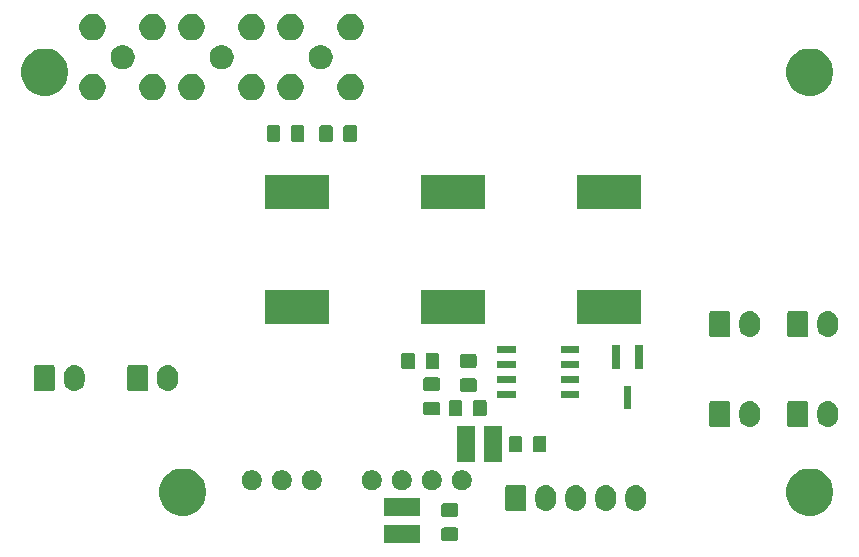
<source format=gbr>
G04 #@! TF.GenerationSoftware,KiCad,Pcbnew,5.1.4*
G04 #@! TF.CreationDate,2019-08-14T00:52:14-04:00*
G04 #@! TF.ProjectId,PowerRDP,506f7765-7252-4445-902e-6b696361645f,3*
G04 #@! TF.SameCoordinates,Original*
G04 #@! TF.FileFunction,Soldermask,Bot*
G04 #@! TF.FilePolarity,Negative*
%FSLAX46Y46*%
G04 Gerber Fmt 4.6, Leading zero omitted, Abs format (unit mm)*
G04 Created by KiCad (PCBNEW 5.1.4) date 2019-08-14 00:52:14*
%MOMM*%
%LPD*%
G04 APERTURE LIST*
%ADD10C,0.100000*%
G04 APERTURE END LIST*
D10*
G36*
X119381000Y-90676000D02*
G01*
X116331000Y-90676000D01*
X116331000Y-89156000D01*
X119381000Y-89156000D01*
X119381000Y-90676000D01*
X119381000Y-90676000D01*
G37*
G36*
X122475522Y-89354039D02*
G01*
X122509057Y-89364212D01*
X122539956Y-89380728D01*
X122567043Y-89402957D01*
X122589272Y-89430044D01*
X122605788Y-89460943D01*
X122615961Y-89494478D01*
X122620000Y-89535487D01*
X122620000Y-90314513D01*
X122615961Y-90355522D01*
X122605788Y-90389057D01*
X122589272Y-90419956D01*
X122567043Y-90447043D01*
X122539956Y-90469272D01*
X122509057Y-90485788D01*
X122475522Y-90495961D01*
X122434513Y-90500000D01*
X121405487Y-90500000D01*
X121364478Y-90495961D01*
X121330943Y-90485788D01*
X121300044Y-90469272D01*
X121272957Y-90447043D01*
X121250728Y-90419956D01*
X121234212Y-90389057D01*
X121224039Y-90355522D01*
X121220000Y-90314513D01*
X121220000Y-89535487D01*
X121224039Y-89494478D01*
X121234212Y-89460943D01*
X121250728Y-89430044D01*
X121272957Y-89402957D01*
X121300044Y-89380728D01*
X121330943Y-89364212D01*
X121364478Y-89354039D01*
X121405487Y-89350000D01*
X122434513Y-89350000D01*
X122475522Y-89354039D01*
X122475522Y-89354039D01*
G37*
G36*
X122475522Y-87304039D02*
G01*
X122509057Y-87314212D01*
X122539956Y-87330728D01*
X122567043Y-87352957D01*
X122589272Y-87380044D01*
X122605788Y-87410943D01*
X122615961Y-87444478D01*
X122620000Y-87485487D01*
X122620000Y-88264513D01*
X122615961Y-88305522D01*
X122605788Y-88339057D01*
X122589272Y-88369956D01*
X122567043Y-88397043D01*
X122539956Y-88419272D01*
X122509057Y-88435788D01*
X122475522Y-88445961D01*
X122434513Y-88450000D01*
X121405487Y-88450000D01*
X121364478Y-88445961D01*
X121330943Y-88435788D01*
X121300044Y-88419272D01*
X121272957Y-88397043D01*
X121250728Y-88369956D01*
X121234212Y-88339057D01*
X121224039Y-88305522D01*
X121220000Y-88264513D01*
X121220000Y-87485487D01*
X121224039Y-87444478D01*
X121234212Y-87410943D01*
X121250728Y-87380044D01*
X121272957Y-87352957D01*
X121300044Y-87330728D01*
X121330943Y-87314212D01*
X121364478Y-87304039D01*
X121405487Y-87300000D01*
X122434513Y-87300000D01*
X122475522Y-87304039D01*
X122475522Y-87304039D01*
G37*
G36*
X119381000Y-88386000D02*
G01*
X116331000Y-88386000D01*
X116331000Y-86866000D01*
X119381000Y-86866000D01*
X119381000Y-88386000D01*
X119381000Y-88386000D01*
G37*
G36*
X152983377Y-84436858D02*
G01*
X153347353Y-84587622D01*
X153347355Y-84587623D01*
X153491237Y-84683762D01*
X153674925Y-84806498D01*
X153953502Y-85085075D01*
X154172378Y-85412647D01*
X154323142Y-85776623D01*
X154400000Y-86163016D01*
X154400000Y-86556984D01*
X154323142Y-86943377D01*
X154188451Y-87268550D01*
X154172377Y-87307355D01*
X154128365Y-87373223D01*
X153953502Y-87634925D01*
X153674925Y-87913502D01*
X153512251Y-88022197D01*
X153347355Y-88132377D01*
X153347354Y-88132378D01*
X153347353Y-88132378D01*
X152983377Y-88283142D01*
X152596984Y-88360000D01*
X152203016Y-88360000D01*
X151816623Y-88283142D01*
X151452647Y-88132378D01*
X151452646Y-88132378D01*
X151452645Y-88132377D01*
X151287749Y-88022197D01*
X151125075Y-87913502D01*
X150846498Y-87634925D01*
X150671635Y-87373223D01*
X150627623Y-87307355D01*
X150611549Y-87268550D01*
X150476858Y-86943377D01*
X150400000Y-86556984D01*
X150400000Y-86163016D01*
X150476858Y-85776623D01*
X150627622Y-85412647D01*
X150846498Y-85085075D01*
X151125075Y-84806498D01*
X151308763Y-84683762D01*
X151452645Y-84587623D01*
X151452647Y-84587622D01*
X151816623Y-84436858D01*
X152203016Y-84360000D01*
X152596984Y-84360000D01*
X152983377Y-84436858D01*
X152983377Y-84436858D01*
G37*
G36*
X99897377Y-84436858D02*
G01*
X100261353Y-84587622D01*
X100261355Y-84587623D01*
X100405237Y-84683762D01*
X100588925Y-84806498D01*
X100867502Y-85085075D01*
X101086378Y-85412647D01*
X101237142Y-85776623D01*
X101314000Y-86163016D01*
X101314000Y-86556984D01*
X101237142Y-86943377D01*
X101102451Y-87268550D01*
X101086377Y-87307355D01*
X101042365Y-87373223D01*
X100867502Y-87634925D01*
X100588925Y-87913502D01*
X100426251Y-88022197D01*
X100261355Y-88132377D01*
X100261354Y-88132378D01*
X100261353Y-88132378D01*
X99897377Y-88283142D01*
X99510984Y-88360000D01*
X99117016Y-88360000D01*
X98730623Y-88283142D01*
X98366647Y-88132378D01*
X98366646Y-88132378D01*
X98366645Y-88132377D01*
X98201749Y-88022197D01*
X98039075Y-87913502D01*
X97760498Y-87634925D01*
X97585635Y-87373223D01*
X97541623Y-87307355D01*
X97525549Y-87268550D01*
X97390858Y-86943377D01*
X97314000Y-86556984D01*
X97314000Y-86163016D01*
X97390858Y-85776623D01*
X97541622Y-85412647D01*
X97760498Y-85085075D01*
X98039075Y-84806498D01*
X98222763Y-84683762D01*
X98366645Y-84587623D01*
X98366647Y-84587622D01*
X98730623Y-84436858D01*
X99117016Y-84360000D01*
X99510984Y-84360000D01*
X99897377Y-84436858D01*
X99897377Y-84436858D01*
G37*
G36*
X132758547Y-85780588D02*
G01*
X132922547Y-85830337D01*
X133073683Y-85911121D01*
X133206160Y-86019840D01*
X133314879Y-86152317D01*
X133395663Y-86303452D01*
X133445412Y-86467452D01*
X133458000Y-86595262D01*
X133458000Y-87140737D01*
X133445412Y-87268547D01*
X133395663Y-87432548D01*
X133314879Y-87583683D01*
X133206160Y-87716160D01*
X133073683Y-87824879D01*
X132922548Y-87905663D01*
X132758548Y-87955412D01*
X132588000Y-87972209D01*
X132417453Y-87955412D01*
X132253453Y-87905663D01*
X132102318Y-87824879D01*
X131969841Y-87716160D01*
X131861123Y-87583685D01*
X131861122Y-87583683D01*
X131823518Y-87513332D01*
X131780336Y-87432546D01*
X131730588Y-87268548D01*
X131718000Y-87140738D01*
X131718000Y-86595263D01*
X131730588Y-86467453D01*
X131780337Y-86303453D01*
X131861121Y-86152317D01*
X131969840Y-86019840D01*
X132102317Y-85911121D01*
X132253452Y-85830337D01*
X132417452Y-85780588D01*
X132588000Y-85763791D01*
X132758547Y-85780588D01*
X132758547Y-85780588D01*
G37*
G36*
X137838547Y-85780588D02*
G01*
X138002547Y-85830337D01*
X138153683Y-85911121D01*
X138286160Y-86019840D01*
X138394879Y-86152317D01*
X138475663Y-86303452D01*
X138525412Y-86467452D01*
X138538000Y-86595262D01*
X138538000Y-87140737D01*
X138525412Y-87268547D01*
X138475663Y-87432548D01*
X138394879Y-87583683D01*
X138286160Y-87716160D01*
X138153683Y-87824879D01*
X138002548Y-87905663D01*
X137838548Y-87955412D01*
X137668000Y-87972209D01*
X137497453Y-87955412D01*
X137333453Y-87905663D01*
X137182318Y-87824879D01*
X137049841Y-87716160D01*
X136941123Y-87583685D01*
X136941122Y-87583683D01*
X136903518Y-87513332D01*
X136860336Y-87432546D01*
X136810588Y-87268548D01*
X136798000Y-87140738D01*
X136798000Y-86595263D01*
X136810588Y-86467453D01*
X136860337Y-86303453D01*
X136941121Y-86152317D01*
X137049840Y-86019840D01*
X137182317Y-85911121D01*
X137333452Y-85830337D01*
X137497452Y-85780588D01*
X137668000Y-85763791D01*
X137838547Y-85780588D01*
X137838547Y-85780588D01*
G37*
G36*
X135298547Y-85780588D02*
G01*
X135462547Y-85830337D01*
X135613683Y-85911121D01*
X135746160Y-86019840D01*
X135854879Y-86152317D01*
X135935663Y-86303452D01*
X135985412Y-86467452D01*
X135998000Y-86595262D01*
X135998000Y-87140737D01*
X135985412Y-87268547D01*
X135935663Y-87432548D01*
X135854879Y-87583683D01*
X135746160Y-87716160D01*
X135613683Y-87824879D01*
X135462548Y-87905663D01*
X135298548Y-87955412D01*
X135128000Y-87972209D01*
X134957453Y-87955412D01*
X134793453Y-87905663D01*
X134642318Y-87824879D01*
X134509841Y-87716160D01*
X134401123Y-87583685D01*
X134401122Y-87583683D01*
X134363518Y-87513332D01*
X134320336Y-87432546D01*
X134270588Y-87268548D01*
X134258000Y-87140738D01*
X134258000Y-86595263D01*
X134270588Y-86467453D01*
X134320337Y-86303453D01*
X134401121Y-86152317D01*
X134509840Y-86019840D01*
X134642317Y-85911121D01*
X134793452Y-85830337D01*
X134957452Y-85780588D01*
X135128000Y-85763791D01*
X135298547Y-85780588D01*
X135298547Y-85780588D01*
G37*
G36*
X130218547Y-85780588D02*
G01*
X130382547Y-85830337D01*
X130533683Y-85911121D01*
X130666160Y-86019840D01*
X130774879Y-86152317D01*
X130855663Y-86303452D01*
X130905412Y-86467452D01*
X130918000Y-86595262D01*
X130918000Y-87140737D01*
X130905412Y-87268547D01*
X130855663Y-87432548D01*
X130774879Y-87583683D01*
X130666160Y-87716160D01*
X130533683Y-87824879D01*
X130382548Y-87905663D01*
X130218548Y-87955412D01*
X130048000Y-87972209D01*
X129877453Y-87955412D01*
X129713453Y-87905663D01*
X129562318Y-87824879D01*
X129429841Y-87716160D01*
X129321123Y-87583685D01*
X129321122Y-87583683D01*
X129283518Y-87513332D01*
X129240336Y-87432546D01*
X129190588Y-87268548D01*
X129178000Y-87140738D01*
X129178000Y-86595263D01*
X129190588Y-86467453D01*
X129240337Y-86303453D01*
X129321121Y-86152317D01*
X129429840Y-86019840D01*
X129562317Y-85911121D01*
X129713452Y-85830337D01*
X129877452Y-85780588D01*
X130048000Y-85763791D01*
X130218547Y-85780588D01*
X130218547Y-85780588D01*
G37*
G36*
X128248355Y-85771685D02*
G01*
X128278434Y-85780809D01*
X128306146Y-85795622D01*
X128330441Y-85815559D01*
X128350378Y-85839854D01*
X128365191Y-85867566D01*
X128374315Y-85897645D01*
X128378000Y-85935059D01*
X128378000Y-87800941D01*
X128374315Y-87838355D01*
X128365191Y-87868434D01*
X128350378Y-87896146D01*
X128330441Y-87920441D01*
X128306146Y-87940378D01*
X128278434Y-87955191D01*
X128248355Y-87964315D01*
X128210941Y-87968000D01*
X126805059Y-87968000D01*
X126767645Y-87964315D01*
X126737566Y-87955191D01*
X126709854Y-87940378D01*
X126685559Y-87920441D01*
X126665622Y-87896146D01*
X126650809Y-87868434D01*
X126641685Y-87838355D01*
X126638000Y-87800941D01*
X126638000Y-85935059D01*
X126641685Y-85897645D01*
X126650809Y-85867566D01*
X126665622Y-85839854D01*
X126685559Y-85815559D01*
X126709854Y-85795622D01*
X126737566Y-85780809D01*
X126767645Y-85771685D01*
X126805059Y-85768000D01*
X128210941Y-85768000D01*
X128248355Y-85771685D01*
X128248355Y-85771685D01*
G37*
G36*
X105403935Y-84526664D02*
G01*
X105551099Y-84587622D01*
X105558626Y-84590740D01*
X105697844Y-84683762D01*
X105816238Y-84802156D01*
X105909260Y-84941374D01*
X105909261Y-84941376D01*
X105973336Y-85096065D01*
X106006000Y-85260281D01*
X106006000Y-85427719D01*
X105973336Y-85591935D01*
X105909261Y-85746624D01*
X105909260Y-85746626D01*
X105816238Y-85885844D01*
X105697844Y-86004238D01*
X105558626Y-86097260D01*
X105558625Y-86097261D01*
X105558624Y-86097261D01*
X105403935Y-86161336D01*
X105239719Y-86194000D01*
X105072281Y-86194000D01*
X104908065Y-86161336D01*
X104753376Y-86097261D01*
X104753375Y-86097261D01*
X104753374Y-86097260D01*
X104614156Y-86004238D01*
X104495762Y-85885844D01*
X104402740Y-85746626D01*
X104402739Y-85746624D01*
X104338664Y-85591935D01*
X104306000Y-85427719D01*
X104306000Y-85260281D01*
X104338664Y-85096065D01*
X104402739Y-84941376D01*
X104402740Y-84941374D01*
X104495762Y-84802156D01*
X104614156Y-84683762D01*
X104753374Y-84590740D01*
X104760901Y-84587622D01*
X104908065Y-84526664D01*
X105072281Y-84494000D01*
X105239719Y-84494000D01*
X105403935Y-84526664D01*
X105403935Y-84526664D01*
G37*
G36*
X123183935Y-84526664D02*
G01*
X123331099Y-84587622D01*
X123338626Y-84590740D01*
X123477844Y-84683762D01*
X123596238Y-84802156D01*
X123689260Y-84941374D01*
X123689261Y-84941376D01*
X123753336Y-85096065D01*
X123786000Y-85260281D01*
X123786000Y-85427719D01*
X123753336Y-85591935D01*
X123689261Y-85746624D01*
X123689260Y-85746626D01*
X123596238Y-85885844D01*
X123477844Y-86004238D01*
X123338626Y-86097260D01*
X123338625Y-86097261D01*
X123338624Y-86097261D01*
X123183935Y-86161336D01*
X123019719Y-86194000D01*
X122852281Y-86194000D01*
X122688065Y-86161336D01*
X122533376Y-86097261D01*
X122533375Y-86097261D01*
X122533374Y-86097260D01*
X122394156Y-86004238D01*
X122275762Y-85885844D01*
X122182740Y-85746626D01*
X122182739Y-85746624D01*
X122118664Y-85591935D01*
X122086000Y-85427719D01*
X122086000Y-85260281D01*
X122118664Y-85096065D01*
X122182739Y-84941376D01*
X122182740Y-84941374D01*
X122275762Y-84802156D01*
X122394156Y-84683762D01*
X122533374Y-84590740D01*
X122540901Y-84587622D01*
X122688065Y-84526664D01*
X122852281Y-84494000D01*
X123019719Y-84494000D01*
X123183935Y-84526664D01*
X123183935Y-84526664D01*
G37*
G36*
X118103935Y-84526664D02*
G01*
X118251099Y-84587622D01*
X118258626Y-84590740D01*
X118397844Y-84683762D01*
X118516238Y-84802156D01*
X118609260Y-84941374D01*
X118609261Y-84941376D01*
X118673336Y-85096065D01*
X118706000Y-85260281D01*
X118706000Y-85427719D01*
X118673336Y-85591935D01*
X118609261Y-85746624D01*
X118609260Y-85746626D01*
X118516238Y-85885844D01*
X118397844Y-86004238D01*
X118258626Y-86097260D01*
X118258625Y-86097261D01*
X118258624Y-86097261D01*
X118103935Y-86161336D01*
X117939719Y-86194000D01*
X117772281Y-86194000D01*
X117608065Y-86161336D01*
X117453376Y-86097261D01*
X117453375Y-86097261D01*
X117453374Y-86097260D01*
X117314156Y-86004238D01*
X117195762Y-85885844D01*
X117102740Y-85746626D01*
X117102739Y-85746624D01*
X117038664Y-85591935D01*
X117006000Y-85427719D01*
X117006000Y-85260281D01*
X117038664Y-85096065D01*
X117102739Y-84941376D01*
X117102740Y-84941374D01*
X117195762Y-84802156D01*
X117314156Y-84683762D01*
X117453374Y-84590740D01*
X117460901Y-84587622D01*
X117608065Y-84526664D01*
X117772281Y-84494000D01*
X117939719Y-84494000D01*
X118103935Y-84526664D01*
X118103935Y-84526664D01*
G37*
G36*
X115563935Y-84526664D02*
G01*
X115711099Y-84587622D01*
X115718626Y-84590740D01*
X115857844Y-84683762D01*
X115976238Y-84802156D01*
X116069260Y-84941374D01*
X116069261Y-84941376D01*
X116133336Y-85096065D01*
X116166000Y-85260281D01*
X116166000Y-85427719D01*
X116133336Y-85591935D01*
X116069261Y-85746624D01*
X116069260Y-85746626D01*
X115976238Y-85885844D01*
X115857844Y-86004238D01*
X115718626Y-86097260D01*
X115718625Y-86097261D01*
X115718624Y-86097261D01*
X115563935Y-86161336D01*
X115399719Y-86194000D01*
X115232281Y-86194000D01*
X115068065Y-86161336D01*
X114913376Y-86097261D01*
X114913375Y-86097261D01*
X114913374Y-86097260D01*
X114774156Y-86004238D01*
X114655762Y-85885844D01*
X114562740Y-85746626D01*
X114562739Y-85746624D01*
X114498664Y-85591935D01*
X114466000Y-85427719D01*
X114466000Y-85260281D01*
X114498664Y-85096065D01*
X114562739Y-84941376D01*
X114562740Y-84941374D01*
X114655762Y-84802156D01*
X114774156Y-84683762D01*
X114913374Y-84590740D01*
X114920901Y-84587622D01*
X115068065Y-84526664D01*
X115232281Y-84494000D01*
X115399719Y-84494000D01*
X115563935Y-84526664D01*
X115563935Y-84526664D01*
G37*
G36*
X110483935Y-84526664D02*
G01*
X110631099Y-84587622D01*
X110638626Y-84590740D01*
X110777844Y-84683762D01*
X110896238Y-84802156D01*
X110989260Y-84941374D01*
X110989261Y-84941376D01*
X111053336Y-85096065D01*
X111086000Y-85260281D01*
X111086000Y-85427719D01*
X111053336Y-85591935D01*
X110989261Y-85746624D01*
X110989260Y-85746626D01*
X110896238Y-85885844D01*
X110777844Y-86004238D01*
X110638626Y-86097260D01*
X110638625Y-86097261D01*
X110638624Y-86097261D01*
X110483935Y-86161336D01*
X110319719Y-86194000D01*
X110152281Y-86194000D01*
X109988065Y-86161336D01*
X109833376Y-86097261D01*
X109833375Y-86097261D01*
X109833374Y-86097260D01*
X109694156Y-86004238D01*
X109575762Y-85885844D01*
X109482740Y-85746626D01*
X109482739Y-85746624D01*
X109418664Y-85591935D01*
X109386000Y-85427719D01*
X109386000Y-85260281D01*
X109418664Y-85096065D01*
X109482739Y-84941376D01*
X109482740Y-84941374D01*
X109575762Y-84802156D01*
X109694156Y-84683762D01*
X109833374Y-84590740D01*
X109840901Y-84587622D01*
X109988065Y-84526664D01*
X110152281Y-84494000D01*
X110319719Y-84494000D01*
X110483935Y-84526664D01*
X110483935Y-84526664D01*
G37*
G36*
X107943935Y-84526664D02*
G01*
X108091099Y-84587622D01*
X108098626Y-84590740D01*
X108237844Y-84683762D01*
X108356238Y-84802156D01*
X108449260Y-84941374D01*
X108449261Y-84941376D01*
X108513336Y-85096065D01*
X108546000Y-85260281D01*
X108546000Y-85427719D01*
X108513336Y-85591935D01*
X108449261Y-85746624D01*
X108449260Y-85746626D01*
X108356238Y-85885844D01*
X108237844Y-86004238D01*
X108098626Y-86097260D01*
X108098625Y-86097261D01*
X108098624Y-86097261D01*
X107943935Y-86161336D01*
X107779719Y-86194000D01*
X107612281Y-86194000D01*
X107448065Y-86161336D01*
X107293376Y-86097261D01*
X107293375Y-86097261D01*
X107293374Y-86097260D01*
X107154156Y-86004238D01*
X107035762Y-85885844D01*
X106942740Y-85746626D01*
X106942739Y-85746624D01*
X106878664Y-85591935D01*
X106846000Y-85427719D01*
X106846000Y-85260281D01*
X106878664Y-85096065D01*
X106942739Y-84941376D01*
X106942740Y-84941374D01*
X107035762Y-84802156D01*
X107154156Y-84683762D01*
X107293374Y-84590740D01*
X107300901Y-84587622D01*
X107448065Y-84526664D01*
X107612281Y-84494000D01*
X107779719Y-84494000D01*
X107943935Y-84526664D01*
X107943935Y-84526664D01*
G37*
G36*
X120643935Y-84526664D02*
G01*
X120791099Y-84587622D01*
X120798626Y-84590740D01*
X120937844Y-84683762D01*
X121056238Y-84802156D01*
X121149260Y-84941374D01*
X121149261Y-84941376D01*
X121213336Y-85096065D01*
X121246000Y-85260281D01*
X121246000Y-85427719D01*
X121213336Y-85591935D01*
X121149261Y-85746624D01*
X121149260Y-85746626D01*
X121056238Y-85885844D01*
X120937844Y-86004238D01*
X120798626Y-86097260D01*
X120798625Y-86097261D01*
X120798624Y-86097261D01*
X120643935Y-86161336D01*
X120479719Y-86194000D01*
X120312281Y-86194000D01*
X120148065Y-86161336D01*
X119993376Y-86097261D01*
X119993375Y-86097261D01*
X119993374Y-86097260D01*
X119854156Y-86004238D01*
X119735762Y-85885844D01*
X119642740Y-85746626D01*
X119642739Y-85746624D01*
X119578664Y-85591935D01*
X119546000Y-85427719D01*
X119546000Y-85260281D01*
X119578664Y-85096065D01*
X119642739Y-84941376D01*
X119642740Y-84941374D01*
X119735762Y-84802156D01*
X119854156Y-84683762D01*
X119993374Y-84590740D01*
X120000901Y-84587622D01*
X120148065Y-84526664D01*
X120312281Y-84494000D01*
X120479719Y-84494000D01*
X120643935Y-84526664D01*
X120643935Y-84526664D01*
G37*
G36*
X124075000Y-83821000D02*
G01*
X122555000Y-83821000D01*
X122555000Y-80771000D01*
X124075000Y-80771000D01*
X124075000Y-83821000D01*
X124075000Y-83821000D01*
G37*
G36*
X126365000Y-83821000D02*
G01*
X124845000Y-83821000D01*
X124845000Y-80771000D01*
X126365000Y-80771000D01*
X126365000Y-83821000D01*
X126365000Y-83821000D01*
G37*
G36*
X127920522Y-81600039D02*
G01*
X127954057Y-81610212D01*
X127984956Y-81626728D01*
X128012043Y-81648957D01*
X128034272Y-81676044D01*
X128050788Y-81706943D01*
X128060961Y-81740478D01*
X128065000Y-81781487D01*
X128065000Y-82810513D01*
X128060961Y-82851522D01*
X128050788Y-82885057D01*
X128034272Y-82915956D01*
X128012043Y-82943043D01*
X127984956Y-82965272D01*
X127954057Y-82981788D01*
X127920522Y-82991961D01*
X127879513Y-82996000D01*
X127100487Y-82996000D01*
X127059478Y-82991961D01*
X127025943Y-82981788D01*
X126995044Y-82965272D01*
X126967957Y-82943043D01*
X126945728Y-82915956D01*
X126929212Y-82885057D01*
X126919039Y-82851522D01*
X126915000Y-82810513D01*
X126915000Y-81781487D01*
X126919039Y-81740478D01*
X126929212Y-81706943D01*
X126945728Y-81676044D01*
X126967957Y-81648957D01*
X126995044Y-81626728D01*
X127025943Y-81610212D01*
X127059478Y-81600039D01*
X127100487Y-81596000D01*
X127879513Y-81596000D01*
X127920522Y-81600039D01*
X127920522Y-81600039D01*
G37*
G36*
X129970522Y-81600039D02*
G01*
X130004057Y-81610212D01*
X130034956Y-81626728D01*
X130062043Y-81648957D01*
X130084272Y-81676044D01*
X130100788Y-81706943D01*
X130110961Y-81740478D01*
X130115000Y-81781487D01*
X130115000Y-82810513D01*
X130110961Y-82851522D01*
X130100788Y-82885057D01*
X130084272Y-82915956D01*
X130062043Y-82943043D01*
X130034956Y-82965272D01*
X130004057Y-82981788D01*
X129970522Y-82991961D01*
X129929513Y-82996000D01*
X129150487Y-82996000D01*
X129109478Y-82991961D01*
X129075943Y-82981788D01*
X129045044Y-82965272D01*
X129017957Y-82943043D01*
X128995728Y-82915956D01*
X128979212Y-82885057D01*
X128969039Y-82851522D01*
X128965000Y-82810513D01*
X128965000Y-81781487D01*
X128969039Y-81740478D01*
X128979212Y-81706943D01*
X128995728Y-81676044D01*
X129017957Y-81648957D01*
X129045044Y-81626728D01*
X129075943Y-81610212D01*
X129109478Y-81600039D01*
X129150487Y-81596000D01*
X129929513Y-81596000D01*
X129970522Y-81600039D01*
X129970522Y-81600039D01*
G37*
G36*
X154094547Y-78668588D02*
G01*
X154258547Y-78718337D01*
X154409683Y-78799121D01*
X154542160Y-78907840D01*
X154650879Y-79040317D01*
X154731663Y-79191452D01*
X154781412Y-79355452D01*
X154794000Y-79483262D01*
X154794000Y-80028737D01*
X154781412Y-80156547D01*
X154731663Y-80320548D01*
X154650879Y-80471683D01*
X154542160Y-80604160D01*
X154409683Y-80712879D01*
X154258548Y-80793663D01*
X154094548Y-80843412D01*
X153924000Y-80860209D01*
X153753453Y-80843412D01*
X153589453Y-80793663D01*
X153438318Y-80712879D01*
X153305841Y-80604160D01*
X153197123Y-80471685D01*
X153197122Y-80471683D01*
X153159518Y-80401332D01*
X153116336Y-80320546D01*
X153066588Y-80156548D01*
X153054000Y-80028738D01*
X153054000Y-79483263D01*
X153066588Y-79355453D01*
X153116337Y-79191453D01*
X153197121Y-79040317D01*
X153305840Y-78907840D01*
X153438317Y-78799121D01*
X153589452Y-78718337D01*
X153753452Y-78668588D01*
X153924000Y-78651791D01*
X154094547Y-78668588D01*
X154094547Y-78668588D01*
G37*
G36*
X147490547Y-78668588D02*
G01*
X147654547Y-78718337D01*
X147805683Y-78799121D01*
X147938160Y-78907840D01*
X148046879Y-79040317D01*
X148127663Y-79191452D01*
X148177412Y-79355452D01*
X148190000Y-79483262D01*
X148190000Y-80028737D01*
X148177412Y-80156547D01*
X148127663Y-80320548D01*
X148046879Y-80471683D01*
X147938160Y-80604160D01*
X147805683Y-80712879D01*
X147654548Y-80793663D01*
X147490548Y-80843412D01*
X147320000Y-80860209D01*
X147149453Y-80843412D01*
X146985453Y-80793663D01*
X146834318Y-80712879D01*
X146701841Y-80604160D01*
X146593123Y-80471685D01*
X146593122Y-80471683D01*
X146555518Y-80401332D01*
X146512336Y-80320546D01*
X146462588Y-80156548D01*
X146450000Y-80028738D01*
X146450000Y-79483263D01*
X146462588Y-79355453D01*
X146512337Y-79191453D01*
X146593121Y-79040317D01*
X146701840Y-78907840D01*
X146834317Y-78799121D01*
X146985452Y-78718337D01*
X147149452Y-78668588D01*
X147320000Y-78651791D01*
X147490547Y-78668588D01*
X147490547Y-78668588D01*
G37*
G36*
X152124355Y-78659685D02*
G01*
X152154434Y-78668809D01*
X152182146Y-78683622D01*
X152206441Y-78703559D01*
X152226378Y-78727854D01*
X152241191Y-78755566D01*
X152250315Y-78785645D01*
X152254000Y-78823059D01*
X152254000Y-80688941D01*
X152250315Y-80726355D01*
X152241191Y-80756434D01*
X152226378Y-80784146D01*
X152206441Y-80808441D01*
X152182146Y-80828378D01*
X152154434Y-80843191D01*
X152124355Y-80852315D01*
X152086941Y-80856000D01*
X150681059Y-80856000D01*
X150643645Y-80852315D01*
X150613566Y-80843191D01*
X150585854Y-80828378D01*
X150561559Y-80808441D01*
X150541622Y-80784146D01*
X150526809Y-80756434D01*
X150517685Y-80726355D01*
X150514000Y-80688941D01*
X150514000Y-78823059D01*
X150517685Y-78785645D01*
X150526809Y-78755566D01*
X150541622Y-78727854D01*
X150561559Y-78703559D01*
X150585854Y-78683622D01*
X150613566Y-78668809D01*
X150643645Y-78659685D01*
X150681059Y-78656000D01*
X152086941Y-78656000D01*
X152124355Y-78659685D01*
X152124355Y-78659685D01*
G37*
G36*
X145520355Y-78659685D02*
G01*
X145550434Y-78668809D01*
X145578146Y-78683622D01*
X145602441Y-78703559D01*
X145622378Y-78727854D01*
X145637191Y-78755566D01*
X145646315Y-78785645D01*
X145650000Y-78823059D01*
X145650000Y-80688941D01*
X145646315Y-80726355D01*
X145637191Y-80756434D01*
X145622378Y-80784146D01*
X145602441Y-80808441D01*
X145578146Y-80828378D01*
X145550434Y-80843191D01*
X145520355Y-80852315D01*
X145482941Y-80856000D01*
X144077059Y-80856000D01*
X144039645Y-80852315D01*
X144009566Y-80843191D01*
X143981854Y-80828378D01*
X143957559Y-80808441D01*
X143937622Y-80784146D01*
X143922809Y-80756434D01*
X143913685Y-80726355D01*
X143910000Y-80688941D01*
X143910000Y-78823059D01*
X143913685Y-78785645D01*
X143922809Y-78755566D01*
X143937622Y-78727854D01*
X143957559Y-78703559D01*
X143981854Y-78683622D01*
X144009566Y-78668809D01*
X144039645Y-78659685D01*
X144077059Y-78656000D01*
X145482941Y-78656000D01*
X145520355Y-78659685D01*
X145520355Y-78659685D01*
G37*
G36*
X124899522Y-78552039D02*
G01*
X124933057Y-78562212D01*
X124963956Y-78578728D01*
X124991043Y-78600957D01*
X125013272Y-78628044D01*
X125029788Y-78658943D01*
X125039961Y-78692478D01*
X125044000Y-78733487D01*
X125044000Y-79762513D01*
X125039961Y-79803522D01*
X125029788Y-79837057D01*
X125013272Y-79867956D01*
X124991043Y-79895043D01*
X124963956Y-79917272D01*
X124933057Y-79933788D01*
X124899522Y-79943961D01*
X124858513Y-79948000D01*
X124079487Y-79948000D01*
X124038478Y-79943961D01*
X124004943Y-79933788D01*
X123974044Y-79917272D01*
X123946957Y-79895043D01*
X123924728Y-79867956D01*
X123908212Y-79837057D01*
X123898039Y-79803522D01*
X123894000Y-79762513D01*
X123894000Y-78733487D01*
X123898039Y-78692478D01*
X123908212Y-78658943D01*
X123924728Y-78628044D01*
X123946957Y-78600957D01*
X123974044Y-78578728D01*
X124004943Y-78562212D01*
X124038478Y-78552039D01*
X124079487Y-78548000D01*
X124858513Y-78548000D01*
X124899522Y-78552039D01*
X124899522Y-78552039D01*
G37*
G36*
X122849522Y-78552039D02*
G01*
X122883057Y-78562212D01*
X122913956Y-78578728D01*
X122941043Y-78600957D01*
X122963272Y-78628044D01*
X122979788Y-78658943D01*
X122989961Y-78692478D01*
X122994000Y-78733487D01*
X122994000Y-79762513D01*
X122989961Y-79803522D01*
X122979788Y-79837057D01*
X122963272Y-79867956D01*
X122941043Y-79895043D01*
X122913956Y-79917272D01*
X122883057Y-79933788D01*
X122849522Y-79943961D01*
X122808513Y-79948000D01*
X122029487Y-79948000D01*
X121988478Y-79943961D01*
X121954943Y-79933788D01*
X121924044Y-79917272D01*
X121896957Y-79895043D01*
X121874728Y-79867956D01*
X121858212Y-79837057D01*
X121848039Y-79803522D01*
X121844000Y-79762513D01*
X121844000Y-78733487D01*
X121848039Y-78692478D01*
X121858212Y-78658943D01*
X121874728Y-78628044D01*
X121896957Y-78600957D01*
X121924044Y-78578728D01*
X121954943Y-78562212D01*
X121988478Y-78552039D01*
X122029487Y-78548000D01*
X122808513Y-78548000D01*
X122849522Y-78552039D01*
X122849522Y-78552039D01*
G37*
G36*
X120951522Y-78695039D02*
G01*
X120985057Y-78705212D01*
X121015956Y-78721728D01*
X121043043Y-78743957D01*
X121065272Y-78771044D01*
X121081788Y-78801943D01*
X121091961Y-78835478D01*
X121096000Y-78876487D01*
X121096000Y-79655513D01*
X121091961Y-79696522D01*
X121081788Y-79730057D01*
X121065272Y-79760956D01*
X121043043Y-79788043D01*
X121015956Y-79810272D01*
X120985057Y-79826788D01*
X120951522Y-79836961D01*
X120910513Y-79841000D01*
X119881487Y-79841000D01*
X119840478Y-79836961D01*
X119806943Y-79826788D01*
X119776044Y-79810272D01*
X119748957Y-79788043D01*
X119726728Y-79760956D01*
X119710212Y-79730057D01*
X119700039Y-79696522D01*
X119696000Y-79655513D01*
X119696000Y-78876487D01*
X119700039Y-78835478D01*
X119710212Y-78801943D01*
X119726728Y-78771044D01*
X119748957Y-78743957D01*
X119776044Y-78721728D01*
X119806943Y-78705212D01*
X119840478Y-78695039D01*
X119881487Y-78691000D01*
X120910513Y-78691000D01*
X120951522Y-78695039D01*
X120951522Y-78695039D01*
G37*
G36*
X137297000Y-79350000D02*
G01*
X136647000Y-79350000D01*
X136647000Y-77350000D01*
X137297000Y-77350000D01*
X137297000Y-79350000D01*
X137297000Y-79350000D01*
G37*
G36*
X132908448Y-78360319D02*
G01*
X131358448Y-78360319D01*
X131358448Y-77760319D01*
X132908448Y-77760319D01*
X132908448Y-78360319D01*
X132908448Y-78360319D01*
G37*
G36*
X127508448Y-78360319D02*
G01*
X125958448Y-78360319D01*
X125958448Y-77760319D01*
X127508448Y-77760319D01*
X127508448Y-78360319D01*
X127508448Y-78360319D01*
G37*
G36*
X124052970Y-76727358D02*
G01*
X124086505Y-76737531D01*
X124117404Y-76754047D01*
X124144491Y-76776276D01*
X124166720Y-76803363D01*
X124183236Y-76834262D01*
X124193409Y-76867797D01*
X124197448Y-76908806D01*
X124197448Y-77687832D01*
X124193409Y-77728841D01*
X124183236Y-77762376D01*
X124166720Y-77793275D01*
X124144491Y-77820362D01*
X124117404Y-77842591D01*
X124086505Y-77859107D01*
X124052970Y-77869280D01*
X124011961Y-77873319D01*
X122982935Y-77873319D01*
X122941926Y-77869280D01*
X122908391Y-77859107D01*
X122877492Y-77842591D01*
X122850405Y-77820362D01*
X122828176Y-77793275D01*
X122811660Y-77762376D01*
X122801487Y-77728841D01*
X122797448Y-77687832D01*
X122797448Y-76908806D01*
X122801487Y-76867797D01*
X122811660Y-76834262D01*
X122828176Y-76803363D01*
X122850405Y-76776276D01*
X122877492Y-76754047D01*
X122908391Y-76737531D01*
X122941926Y-76727358D01*
X122982935Y-76723319D01*
X124011961Y-76723319D01*
X124052970Y-76727358D01*
X124052970Y-76727358D01*
G37*
G36*
X98210547Y-75620588D02*
G01*
X98374547Y-75670337D01*
X98525683Y-75751121D01*
X98658160Y-75859840D01*
X98766879Y-75992317D01*
X98847663Y-76143452D01*
X98897412Y-76307452D01*
X98910000Y-76435262D01*
X98910000Y-76980737D01*
X98897412Y-77108547D01*
X98847663Y-77272548D01*
X98766879Y-77423683D01*
X98658160Y-77556160D01*
X98525683Y-77664879D01*
X98374548Y-77745663D01*
X98210548Y-77795412D01*
X98040000Y-77812209D01*
X97869453Y-77795412D01*
X97705453Y-77745663D01*
X97554318Y-77664879D01*
X97421841Y-77556160D01*
X97313123Y-77423685D01*
X97313122Y-77423683D01*
X97273737Y-77350000D01*
X97232336Y-77272546D01*
X97182588Y-77108548D01*
X97170000Y-76980738D01*
X97170000Y-76435263D01*
X97182588Y-76307453D01*
X97232337Y-76143453D01*
X97313121Y-75992317D01*
X97421840Y-75859840D01*
X97554317Y-75751121D01*
X97705452Y-75670337D01*
X97869452Y-75620588D01*
X98040000Y-75603791D01*
X98210547Y-75620588D01*
X98210547Y-75620588D01*
G37*
G36*
X96240355Y-75611685D02*
G01*
X96270434Y-75620809D01*
X96298146Y-75635622D01*
X96322441Y-75655559D01*
X96342378Y-75679854D01*
X96357191Y-75707566D01*
X96366315Y-75737645D01*
X96370000Y-75775059D01*
X96370000Y-77640941D01*
X96366315Y-77678355D01*
X96357191Y-77708434D01*
X96342378Y-77736146D01*
X96322441Y-77760441D01*
X96298146Y-77780378D01*
X96270434Y-77795191D01*
X96240355Y-77804315D01*
X96202941Y-77808000D01*
X94797059Y-77808000D01*
X94759645Y-77804315D01*
X94729566Y-77795191D01*
X94701854Y-77780378D01*
X94677559Y-77760441D01*
X94657622Y-77736146D01*
X94642809Y-77708434D01*
X94633685Y-77678355D01*
X94630000Y-77640941D01*
X94630000Y-75775059D01*
X94633685Y-75737645D01*
X94642809Y-75707566D01*
X94657622Y-75679854D01*
X94677559Y-75655559D01*
X94701854Y-75635622D01*
X94729566Y-75620809D01*
X94759645Y-75611685D01*
X94797059Y-75608000D01*
X96202941Y-75608000D01*
X96240355Y-75611685D01*
X96240355Y-75611685D01*
G37*
G36*
X90310547Y-75612588D02*
G01*
X90474547Y-75662337D01*
X90625683Y-75743121D01*
X90758160Y-75851840D01*
X90866879Y-75984317D01*
X90947663Y-76135452D01*
X90997412Y-76299452D01*
X91010000Y-76427262D01*
X91010000Y-76972737D01*
X90997412Y-77100547D01*
X90947663Y-77264548D01*
X90866879Y-77415683D01*
X90758160Y-77548160D01*
X90625683Y-77656879D01*
X90474548Y-77737663D01*
X90474545Y-77737664D01*
X90448176Y-77745663D01*
X90310548Y-77787412D01*
X90140000Y-77804209D01*
X89969453Y-77787412D01*
X89831825Y-77745663D01*
X89805456Y-77737664D01*
X89805453Y-77737663D01*
X89654318Y-77656879D01*
X89521841Y-77548160D01*
X89419688Y-77423685D01*
X89413122Y-77415684D01*
X89375518Y-77345332D01*
X89332336Y-77264546D01*
X89282588Y-77100548D01*
X89270000Y-76972738D01*
X89270000Y-76427263D01*
X89282588Y-76299453D01*
X89329910Y-76143453D01*
X89332336Y-76135456D01*
X89332337Y-76135453D01*
X89413121Y-75984317D01*
X89521840Y-75851840D01*
X89654317Y-75743121D01*
X89805452Y-75662337D01*
X89969452Y-75612588D01*
X90140000Y-75595791D01*
X90310547Y-75612588D01*
X90310547Y-75612588D01*
G37*
G36*
X88340355Y-75603685D02*
G01*
X88370434Y-75612809D01*
X88398146Y-75627622D01*
X88422441Y-75647559D01*
X88442378Y-75671854D01*
X88457191Y-75699566D01*
X88466315Y-75729645D01*
X88470000Y-75767059D01*
X88470000Y-77632941D01*
X88466315Y-77670355D01*
X88457191Y-77700434D01*
X88442378Y-77728146D01*
X88422441Y-77752441D01*
X88398146Y-77772378D01*
X88370434Y-77787191D01*
X88340355Y-77796315D01*
X88302941Y-77800000D01*
X86897059Y-77800000D01*
X86859645Y-77796315D01*
X86829566Y-77787191D01*
X86801854Y-77772378D01*
X86777559Y-77752441D01*
X86757622Y-77728146D01*
X86742809Y-77700434D01*
X86733685Y-77670355D01*
X86730000Y-77632941D01*
X86730000Y-75767059D01*
X86733685Y-75729645D01*
X86742809Y-75699566D01*
X86757622Y-75671854D01*
X86777559Y-75647559D01*
X86801854Y-75627622D01*
X86829566Y-75612809D01*
X86859645Y-75603685D01*
X86897059Y-75600000D01*
X88302941Y-75600000D01*
X88340355Y-75603685D01*
X88340355Y-75603685D01*
G37*
G36*
X120951522Y-76645039D02*
G01*
X120985057Y-76655212D01*
X121015956Y-76671728D01*
X121043043Y-76693957D01*
X121065272Y-76721044D01*
X121081788Y-76751943D01*
X121091961Y-76785478D01*
X121096000Y-76826487D01*
X121096000Y-77605513D01*
X121091961Y-77646522D01*
X121081788Y-77680057D01*
X121065272Y-77710956D01*
X121043043Y-77738043D01*
X121015956Y-77760272D01*
X120985057Y-77776788D01*
X120951522Y-77786961D01*
X120910513Y-77791000D01*
X119881487Y-77791000D01*
X119840478Y-77786961D01*
X119806943Y-77776788D01*
X119776044Y-77760272D01*
X119748957Y-77738043D01*
X119726728Y-77710956D01*
X119710212Y-77680057D01*
X119700039Y-77646522D01*
X119696000Y-77605513D01*
X119696000Y-76826487D01*
X119700039Y-76785478D01*
X119710212Y-76751943D01*
X119726728Y-76721044D01*
X119748957Y-76693957D01*
X119776044Y-76671728D01*
X119806943Y-76655212D01*
X119840478Y-76645039D01*
X119881487Y-76641000D01*
X120910513Y-76641000D01*
X120951522Y-76645039D01*
X120951522Y-76645039D01*
G37*
G36*
X132908448Y-77090319D02*
G01*
X131358448Y-77090319D01*
X131358448Y-76490319D01*
X132908448Y-76490319D01*
X132908448Y-77090319D01*
X132908448Y-77090319D01*
G37*
G36*
X127508448Y-77090319D02*
G01*
X125958448Y-77090319D01*
X125958448Y-76490319D01*
X127508448Y-76490319D01*
X127508448Y-77090319D01*
X127508448Y-77090319D01*
G37*
G36*
X120879970Y-74570358D02*
G01*
X120913505Y-74580531D01*
X120944404Y-74597047D01*
X120971491Y-74619276D01*
X120993720Y-74646363D01*
X121010236Y-74677262D01*
X121020409Y-74710797D01*
X121024448Y-74751806D01*
X121024448Y-75780832D01*
X121020409Y-75821841D01*
X121010236Y-75855376D01*
X120993720Y-75886275D01*
X120971491Y-75913362D01*
X120944404Y-75935591D01*
X120913505Y-75952107D01*
X120879970Y-75962280D01*
X120838961Y-75966319D01*
X120059935Y-75966319D01*
X120018926Y-75962280D01*
X119985391Y-75952107D01*
X119954492Y-75935591D01*
X119927405Y-75913362D01*
X119905176Y-75886275D01*
X119888660Y-75855376D01*
X119878487Y-75821841D01*
X119874448Y-75780832D01*
X119874448Y-74751806D01*
X119878487Y-74710797D01*
X119888660Y-74677262D01*
X119905176Y-74646363D01*
X119927405Y-74619276D01*
X119954492Y-74597047D01*
X119985391Y-74580531D01*
X120018926Y-74570358D01*
X120059935Y-74566319D01*
X120838961Y-74566319D01*
X120879970Y-74570358D01*
X120879970Y-74570358D01*
G37*
G36*
X118829970Y-74570358D02*
G01*
X118863505Y-74580531D01*
X118894404Y-74597047D01*
X118921491Y-74619276D01*
X118943720Y-74646363D01*
X118960236Y-74677262D01*
X118970409Y-74710797D01*
X118974448Y-74751806D01*
X118974448Y-75780832D01*
X118970409Y-75821841D01*
X118960236Y-75855376D01*
X118943720Y-75886275D01*
X118921491Y-75913362D01*
X118894404Y-75935591D01*
X118863505Y-75952107D01*
X118829970Y-75962280D01*
X118788961Y-75966319D01*
X118009935Y-75966319D01*
X117968926Y-75962280D01*
X117935391Y-75952107D01*
X117904492Y-75935591D01*
X117877405Y-75913362D01*
X117855176Y-75886275D01*
X117838660Y-75855376D01*
X117828487Y-75821841D01*
X117824448Y-75780832D01*
X117824448Y-74751806D01*
X117828487Y-74710797D01*
X117838660Y-74677262D01*
X117855176Y-74646363D01*
X117877405Y-74619276D01*
X117904492Y-74597047D01*
X117935391Y-74580531D01*
X117968926Y-74570358D01*
X118009935Y-74566319D01*
X118788961Y-74566319D01*
X118829970Y-74570358D01*
X118829970Y-74570358D01*
G37*
G36*
X136347000Y-75930000D02*
G01*
X135697000Y-75930000D01*
X135697000Y-73930000D01*
X136347000Y-73930000D01*
X136347000Y-75930000D01*
X136347000Y-75930000D01*
G37*
G36*
X138247000Y-75930000D02*
G01*
X137597000Y-75930000D01*
X137597000Y-73930000D01*
X138247000Y-73930000D01*
X138247000Y-75930000D01*
X138247000Y-75930000D01*
G37*
G36*
X124052970Y-74677358D02*
G01*
X124086505Y-74687531D01*
X124117404Y-74704047D01*
X124144491Y-74726276D01*
X124166720Y-74753363D01*
X124183236Y-74784262D01*
X124193409Y-74817797D01*
X124197448Y-74858806D01*
X124197448Y-75637832D01*
X124193409Y-75678841D01*
X124183236Y-75712376D01*
X124166720Y-75743275D01*
X124144491Y-75770362D01*
X124117404Y-75792591D01*
X124086505Y-75809107D01*
X124052970Y-75819280D01*
X124011961Y-75823319D01*
X122982935Y-75823319D01*
X122941926Y-75819280D01*
X122908391Y-75809107D01*
X122877492Y-75792591D01*
X122850405Y-75770362D01*
X122828176Y-75743275D01*
X122811660Y-75712376D01*
X122801487Y-75678841D01*
X122797448Y-75637832D01*
X122797448Y-74858806D01*
X122801487Y-74817797D01*
X122811660Y-74784262D01*
X122828176Y-74753363D01*
X122850405Y-74726276D01*
X122877492Y-74704047D01*
X122908391Y-74687531D01*
X122941926Y-74677358D01*
X122982935Y-74673319D01*
X124011961Y-74673319D01*
X124052970Y-74677358D01*
X124052970Y-74677358D01*
G37*
G36*
X132908448Y-75820319D02*
G01*
X131358448Y-75820319D01*
X131358448Y-75220319D01*
X132908448Y-75220319D01*
X132908448Y-75820319D01*
X132908448Y-75820319D01*
G37*
G36*
X127508448Y-75820319D02*
G01*
X125958448Y-75820319D01*
X125958448Y-75220319D01*
X127508448Y-75220319D01*
X127508448Y-75820319D01*
X127508448Y-75820319D01*
G37*
G36*
X132908448Y-74550319D02*
G01*
X131358448Y-74550319D01*
X131358448Y-73950319D01*
X132908448Y-73950319D01*
X132908448Y-74550319D01*
X132908448Y-74550319D01*
G37*
G36*
X127508448Y-74550319D02*
G01*
X125958448Y-74550319D01*
X125958448Y-73950319D01*
X127508448Y-73950319D01*
X127508448Y-74550319D01*
X127508448Y-74550319D01*
G37*
G36*
X154094547Y-71048588D02*
G01*
X154258547Y-71098337D01*
X154409683Y-71179121D01*
X154542160Y-71287840D01*
X154650879Y-71420317D01*
X154731663Y-71571452D01*
X154781412Y-71735452D01*
X154794000Y-71863262D01*
X154794000Y-72408737D01*
X154781412Y-72536547D01*
X154731663Y-72700548D01*
X154650879Y-72851683D01*
X154542160Y-72984160D01*
X154409683Y-73092879D01*
X154258548Y-73173663D01*
X154094548Y-73223412D01*
X153924000Y-73240209D01*
X153753453Y-73223412D01*
X153589453Y-73173663D01*
X153438318Y-73092879D01*
X153305841Y-72984160D01*
X153197123Y-72851685D01*
X153197122Y-72851683D01*
X153159518Y-72781332D01*
X153116336Y-72700546D01*
X153066588Y-72536548D01*
X153054000Y-72408738D01*
X153054000Y-71863263D01*
X153066588Y-71735453D01*
X153116337Y-71571453D01*
X153197121Y-71420317D01*
X153305840Y-71287840D01*
X153438317Y-71179121D01*
X153589452Y-71098337D01*
X153753452Y-71048588D01*
X153924000Y-71031791D01*
X154094547Y-71048588D01*
X154094547Y-71048588D01*
G37*
G36*
X147490547Y-71048588D02*
G01*
X147654547Y-71098337D01*
X147805683Y-71179121D01*
X147938160Y-71287840D01*
X148046879Y-71420317D01*
X148127663Y-71571452D01*
X148177412Y-71735452D01*
X148190000Y-71863262D01*
X148190000Y-72408737D01*
X148177412Y-72536547D01*
X148127663Y-72700548D01*
X148046879Y-72851683D01*
X147938160Y-72984160D01*
X147805683Y-73092879D01*
X147654548Y-73173663D01*
X147490548Y-73223412D01*
X147320000Y-73240209D01*
X147149453Y-73223412D01*
X146985453Y-73173663D01*
X146834318Y-73092879D01*
X146701841Y-72984160D01*
X146593123Y-72851685D01*
X146593122Y-72851683D01*
X146555518Y-72781332D01*
X146512336Y-72700546D01*
X146462588Y-72536548D01*
X146450000Y-72408738D01*
X146450000Y-71863263D01*
X146462588Y-71735453D01*
X146512337Y-71571453D01*
X146593121Y-71420317D01*
X146701840Y-71287840D01*
X146834317Y-71179121D01*
X146985452Y-71098337D01*
X147149452Y-71048588D01*
X147320000Y-71031791D01*
X147490547Y-71048588D01*
X147490547Y-71048588D01*
G37*
G36*
X152124355Y-71039685D02*
G01*
X152154434Y-71048809D01*
X152182146Y-71063622D01*
X152206441Y-71083559D01*
X152226378Y-71107854D01*
X152241191Y-71135566D01*
X152250315Y-71165645D01*
X152254000Y-71203059D01*
X152254000Y-73068941D01*
X152250315Y-73106355D01*
X152241191Y-73136434D01*
X152226378Y-73164146D01*
X152206441Y-73188441D01*
X152182146Y-73208378D01*
X152154434Y-73223191D01*
X152124355Y-73232315D01*
X152086941Y-73236000D01*
X150681059Y-73236000D01*
X150643645Y-73232315D01*
X150613566Y-73223191D01*
X150585854Y-73208378D01*
X150561559Y-73188441D01*
X150541622Y-73164146D01*
X150526809Y-73136434D01*
X150517685Y-73106355D01*
X150514000Y-73068941D01*
X150514000Y-71203059D01*
X150517685Y-71165645D01*
X150526809Y-71135566D01*
X150541622Y-71107854D01*
X150561559Y-71083559D01*
X150585854Y-71063622D01*
X150613566Y-71048809D01*
X150643645Y-71039685D01*
X150681059Y-71036000D01*
X152086941Y-71036000D01*
X152124355Y-71039685D01*
X152124355Y-71039685D01*
G37*
G36*
X145520355Y-71039685D02*
G01*
X145550434Y-71048809D01*
X145578146Y-71063622D01*
X145602441Y-71083559D01*
X145622378Y-71107854D01*
X145637191Y-71135566D01*
X145646315Y-71165645D01*
X145650000Y-71203059D01*
X145650000Y-73068941D01*
X145646315Y-73106355D01*
X145637191Y-73136434D01*
X145622378Y-73164146D01*
X145602441Y-73188441D01*
X145578146Y-73208378D01*
X145550434Y-73223191D01*
X145520355Y-73232315D01*
X145482941Y-73236000D01*
X144077059Y-73236000D01*
X144039645Y-73232315D01*
X144009566Y-73223191D01*
X143981854Y-73208378D01*
X143957559Y-73188441D01*
X143937622Y-73164146D01*
X143922809Y-73136434D01*
X143913685Y-73106355D01*
X143910000Y-73068941D01*
X143910000Y-71203059D01*
X143913685Y-71165645D01*
X143922809Y-71135566D01*
X143937622Y-71107854D01*
X143957559Y-71083559D01*
X143981854Y-71063622D01*
X144009566Y-71048809D01*
X144039645Y-71039685D01*
X144077059Y-71036000D01*
X145482941Y-71036000D01*
X145520355Y-71039685D01*
X145520355Y-71039685D01*
G37*
G36*
X138082000Y-72110000D02*
G01*
X132682000Y-72110000D01*
X132682000Y-69210000D01*
X138082000Y-69210000D01*
X138082000Y-72110000D01*
X138082000Y-72110000D01*
G37*
G36*
X124874000Y-72110000D02*
G01*
X119474000Y-72110000D01*
X119474000Y-69210000D01*
X124874000Y-69210000D01*
X124874000Y-72110000D01*
X124874000Y-72110000D01*
G37*
G36*
X111666000Y-72110000D02*
G01*
X106266000Y-72110000D01*
X106266000Y-69210000D01*
X111666000Y-69210000D01*
X111666000Y-72110000D01*
X111666000Y-72110000D01*
G37*
G36*
X138082000Y-62410000D02*
G01*
X132682000Y-62410000D01*
X132682000Y-59510000D01*
X138082000Y-59510000D01*
X138082000Y-62410000D01*
X138082000Y-62410000D01*
G37*
G36*
X124874000Y-62410000D02*
G01*
X119474000Y-62410000D01*
X119474000Y-59510000D01*
X124874000Y-59510000D01*
X124874000Y-62410000D01*
X124874000Y-62410000D01*
G37*
G36*
X111666000Y-62410000D02*
G01*
X106266000Y-62410000D01*
X106266000Y-59510000D01*
X111666000Y-59510000D01*
X111666000Y-62410000D01*
X111666000Y-62410000D01*
G37*
G36*
X113930522Y-55304039D02*
G01*
X113964057Y-55314212D01*
X113994956Y-55330728D01*
X114022043Y-55352957D01*
X114044272Y-55380044D01*
X114060788Y-55410943D01*
X114070961Y-55444478D01*
X114075000Y-55485487D01*
X114075000Y-56514513D01*
X114070961Y-56555522D01*
X114060788Y-56589057D01*
X114044272Y-56619956D01*
X114022043Y-56647043D01*
X113994956Y-56669272D01*
X113964057Y-56685788D01*
X113930522Y-56695961D01*
X113889513Y-56700000D01*
X113110487Y-56700000D01*
X113069478Y-56695961D01*
X113035943Y-56685788D01*
X113005044Y-56669272D01*
X112977957Y-56647043D01*
X112955728Y-56619956D01*
X112939212Y-56589057D01*
X112929039Y-56555522D01*
X112925000Y-56514513D01*
X112925000Y-55485487D01*
X112929039Y-55444478D01*
X112939212Y-55410943D01*
X112955728Y-55380044D01*
X112977957Y-55352957D01*
X113005044Y-55330728D01*
X113035943Y-55314212D01*
X113069478Y-55304039D01*
X113110487Y-55300000D01*
X113889513Y-55300000D01*
X113930522Y-55304039D01*
X113930522Y-55304039D01*
G37*
G36*
X109480522Y-55304039D02*
G01*
X109514057Y-55314212D01*
X109544956Y-55330728D01*
X109572043Y-55352957D01*
X109594272Y-55380044D01*
X109610788Y-55410943D01*
X109620961Y-55444478D01*
X109625000Y-55485487D01*
X109625000Y-56514513D01*
X109620961Y-56555522D01*
X109610788Y-56589057D01*
X109594272Y-56619956D01*
X109572043Y-56647043D01*
X109544956Y-56669272D01*
X109514057Y-56685788D01*
X109480522Y-56695961D01*
X109439513Y-56700000D01*
X108660487Y-56700000D01*
X108619478Y-56695961D01*
X108585943Y-56685788D01*
X108555044Y-56669272D01*
X108527957Y-56647043D01*
X108505728Y-56619956D01*
X108489212Y-56589057D01*
X108479039Y-56555522D01*
X108475000Y-56514513D01*
X108475000Y-55485487D01*
X108479039Y-55444478D01*
X108489212Y-55410943D01*
X108505728Y-55380044D01*
X108527957Y-55352957D01*
X108555044Y-55330728D01*
X108585943Y-55314212D01*
X108619478Y-55304039D01*
X108660487Y-55300000D01*
X109439513Y-55300000D01*
X109480522Y-55304039D01*
X109480522Y-55304039D01*
G37*
G36*
X107430522Y-55304039D02*
G01*
X107464057Y-55314212D01*
X107494956Y-55330728D01*
X107522043Y-55352957D01*
X107544272Y-55380044D01*
X107560788Y-55410943D01*
X107570961Y-55444478D01*
X107575000Y-55485487D01*
X107575000Y-56514513D01*
X107570961Y-56555522D01*
X107560788Y-56589057D01*
X107544272Y-56619956D01*
X107522043Y-56647043D01*
X107494956Y-56669272D01*
X107464057Y-56685788D01*
X107430522Y-56695961D01*
X107389513Y-56700000D01*
X106610487Y-56700000D01*
X106569478Y-56695961D01*
X106535943Y-56685788D01*
X106505044Y-56669272D01*
X106477957Y-56647043D01*
X106455728Y-56619956D01*
X106439212Y-56589057D01*
X106429039Y-56555522D01*
X106425000Y-56514513D01*
X106425000Y-55485487D01*
X106429039Y-55444478D01*
X106439212Y-55410943D01*
X106455728Y-55380044D01*
X106477957Y-55352957D01*
X106505044Y-55330728D01*
X106535943Y-55314212D01*
X106569478Y-55304039D01*
X106610487Y-55300000D01*
X107389513Y-55300000D01*
X107430522Y-55304039D01*
X107430522Y-55304039D01*
G37*
G36*
X111880522Y-55304039D02*
G01*
X111914057Y-55314212D01*
X111944956Y-55330728D01*
X111972043Y-55352957D01*
X111994272Y-55380044D01*
X112010788Y-55410943D01*
X112020961Y-55444478D01*
X112025000Y-55485487D01*
X112025000Y-56514513D01*
X112020961Y-56555522D01*
X112010788Y-56589057D01*
X111994272Y-56619956D01*
X111972043Y-56647043D01*
X111944956Y-56669272D01*
X111914057Y-56685788D01*
X111880522Y-56695961D01*
X111839513Y-56700000D01*
X111060487Y-56700000D01*
X111019478Y-56695961D01*
X110985943Y-56685788D01*
X110955044Y-56669272D01*
X110927957Y-56647043D01*
X110905728Y-56619956D01*
X110889212Y-56589057D01*
X110879039Y-56555522D01*
X110875000Y-56514513D01*
X110875000Y-55485487D01*
X110879039Y-55444478D01*
X110889212Y-55410943D01*
X110905728Y-55380044D01*
X110927957Y-55352957D01*
X110955044Y-55330728D01*
X110985943Y-55314212D01*
X111019478Y-55304039D01*
X111060487Y-55300000D01*
X111839513Y-55300000D01*
X111880522Y-55304039D01*
X111880522Y-55304039D01*
G37*
G36*
X91913476Y-50966616D02*
G01*
X92022150Y-50988233D01*
X92226887Y-51073038D01*
X92411145Y-51196156D01*
X92567844Y-51352855D01*
X92690962Y-51537113D01*
X92775767Y-51741850D01*
X92819000Y-51959197D01*
X92819000Y-52180803D01*
X92775767Y-52398150D01*
X92690962Y-52602887D01*
X92567844Y-52787145D01*
X92411145Y-52943844D01*
X92226887Y-53066962D01*
X92022150Y-53151767D01*
X91913476Y-53173384D01*
X91804804Y-53195000D01*
X91583196Y-53195000D01*
X91474523Y-53173383D01*
X91365850Y-53151767D01*
X91161113Y-53066962D01*
X90976855Y-52943844D01*
X90820156Y-52787145D01*
X90697038Y-52602887D01*
X90612233Y-52398150D01*
X90569000Y-52180803D01*
X90569000Y-51959197D01*
X90612233Y-51741850D01*
X90697038Y-51537113D01*
X90820156Y-51352855D01*
X90976855Y-51196156D01*
X91161113Y-51073038D01*
X91365850Y-50988233D01*
X91474524Y-50966616D01*
X91583196Y-50945000D01*
X91804804Y-50945000D01*
X91913476Y-50966616D01*
X91913476Y-50966616D01*
G37*
G36*
X100295476Y-50966616D02*
G01*
X100404150Y-50988233D01*
X100608887Y-51073038D01*
X100793145Y-51196156D01*
X100949844Y-51352855D01*
X101072962Y-51537113D01*
X101157767Y-51741850D01*
X101201000Y-51959197D01*
X101201000Y-52180803D01*
X101157767Y-52398150D01*
X101072962Y-52602887D01*
X100949844Y-52787145D01*
X100793145Y-52943844D01*
X100608887Y-53066962D01*
X100404150Y-53151767D01*
X100295476Y-53173384D01*
X100186804Y-53195000D01*
X99965196Y-53195000D01*
X99856523Y-53173383D01*
X99747850Y-53151767D01*
X99543113Y-53066962D01*
X99358855Y-52943844D01*
X99202156Y-52787145D01*
X99079038Y-52602887D01*
X98994233Y-52398150D01*
X98951000Y-52180803D01*
X98951000Y-51959197D01*
X98994233Y-51741850D01*
X99079038Y-51537113D01*
X99202156Y-51352855D01*
X99358855Y-51196156D01*
X99543113Y-51073038D01*
X99747850Y-50988233D01*
X99856524Y-50966616D01*
X99965196Y-50945000D01*
X100186804Y-50945000D01*
X100295476Y-50966616D01*
X100295476Y-50966616D01*
G37*
G36*
X96993476Y-50966616D02*
G01*
X97102150Y-50988233D01*
X97306887Y-51073038D01*
X97491145Y-51196156D01*
X97647844Y-51352855D01*
X97770962Y-51537113D01*
X97855767Y-51741850D01*
X97899000Y-51959197D01*
X97899000Y-52180803D01*
X97855767Y-52398150D01*
X97770962Y-52602887D01*
X97647844Y-52787145D01*
X97491145Y-52943844D01*
X97306887Y-53066962D01*
X97102150Y-53151767D01*
X96993476Y-53173384D01*
X96884804Y-53195000D01*
X96663196Y-53195000D01*
X96554523Y-53173383D01*
X96445850Y-53151767D01*
X96241113Y-53066962D01*
X96056855Y-52943844D01*
X95900156Y-52787145D01*
X95777038Y-52602887D01*
X95692233Y-52398150D01*
X95649000Y-52180803D01*
X95649000Y-51959197D01*
X95692233Y-51741850D01*
X95777038Y-51537113D01*
X95900156Y-51352855D01*
X96056855Y-51196156D01*
X96241113Y-51073038D01*
X96445850Y-50988233D01*
X96554524Y-50966616D01*
X96663196Y-50945000D01*
X96884804Y-50945000D01*
X96993476Y-50966616D01*
X96993476Y-50966616D01*
G37*
G36*
X105375476Y-50966616D02*
G01*
X105484150Y-50988233D01*
X105688887Y-51073038D01*
X105873145Y-51196156D01*
X106029844Y-51352855D01*
X106152962Y-51537113D01*
X106237767Y-51741850D01*
X106281000Y-51959197D01*
X106281000Y-52180803D01*
X106237767Y-52398150D01*
X106152962Y-52602887D01*
X106029844Y-52787145D01*
X105873145Y-52943844D01*
X105688887Y-53066962D01*
X105484150Y-53151767D01*
X105375476Y-53173384D01*
X105266804Y-53195000D01*
X105045196Y-53195000D01*
X104936523Y-53173383D01*
X104827850Y-53151767D01*
X104623113Y-53066962D01*
X104438855Y-52943844D01*
X104282156Y-52787145D01*
X104159038Y-52602887D01*
X104074233Y-52398150D01*
X104031000Y-52180803D01*
X104031000Y-51959197D01*
X104074233Y-51741850D01*
X104159038Y-51537113D01*
X104282156Y-51352855D01*
X104438855Y-51196156D01*
X104623113Y-51073038D01*
X104827850Y-50988233D01*
X104936524Y-50966616D01*
X105045196Y-50945000D01*
X105266804Y-50945000D01*
X105375476Y-50966616D01*
X105375476Y-50966616D01*
G37*
G36*
X113757476Y-50966616D02*
G01*
X113866150Y-50988233D01*
X114070887Y-51073038D01*
X114255145Y-51196156D01*
X114411844Y-51352855D01*
X114534962Y-51537113D01*
X114619767Y-51741850D01*
X114663000Y-51959197D01*
X114663000Y-52180803D01*
X114619767Y-52398150D01*
X114534962Y-52602887D01*
X114411844Y-52787145D01*
X114255145Y-52943844D01*
X114070887Y-53066962D01*
X113866150Y-53151767D01*
X113757476Y-53173384D01*
X113648804Y-53195000D01*
X113427196Y-53195000D01*
X113318523Y-53173383D01*
X113209850Y-53151767D01*
X113005113Y-53066962D01*
X112820855Y-52943844D01*
X112664156Y-52787145D01*
X112541038Y-52602887D01*
X112456233Y-52398150D01*
X112413000Y-52180803D01*
X112413000Y-51959197D01*
X112456233Y-51741850D01*
X112541038Y-51537113D01*
X112664156Y-51352855D01*
X112820855Y-51196156D01*
X113005113Y-51073038D01*
X113209850Y-50988233D01*
X113318524Y-50966616D01*
X113427196Y-50945000D01*
X113648804Y-50945000D01*
X113757476Y-50966616D01*
X113757476Y-50966616D01*
G37*
G36*
X108677476Y-50966616D02*
G01*
X108786150Y-50988233D01*
X108990887Y-51073038D01*
X109175145Y-51196156D01*
X109331844Y-51352855D01*
X109454962Y-51537113D01*
X109539767Y-51741850D01*
X109583000Y-51959197D01*
X109583000Y-52180803D01*
X109539767Y-52398150D01*
X109454962Y-52602887D01*
X109331844Y-52787145D01*
X109175145Y-52943844D01*
X108990887Y-53066962D01*
X108786150Y-53151767D01*
X108677476Y-53173384D01*
X108568804Y-53195000D01*
X108347196Y-53195000D01*
X108238523Y-53173383D01*
X108129850Y-53151767D01*
X107925113Y-53066962D01*
X107740855Y-52943844D01*
X107584156Y-52787145D01*
X107461038Y-52602887D01*
X107376233Y-52398150D01*
X107333000Y-52180803D01*
X107333000Y-51959197D01*
X107376233Y-51741850D01*
X107461038Y-51537113D01*
X107584156Y-51352855D01*
X107740855Y-51196156D01*
X107925113Y-51073038D01*
X108129850Y-50988233D01*
X108238524Y-50966616D01*
X108347196Y-50945000D01*
X108568804Y-50945000D01*
X108677476Y-50966616D01*
X108677476Y-50966616D01*
G37*
G36*
X88213377Y-48876858D02*
G01*
X88577353Y-49027622D01*
X88577355Y-49027623D01*
X88602583Y-49044480D01*
X88904925Y-49246498D01*
X89183502Y-49525075D01*
X89292197Y-49687749D01*
X89386565Y-49828980D01*
X89402378Y-49852647D01*
X89553142Y-50216623D01*
X89630000Y-50603016D01*
X89630000Y-50996984D01*
X89553142Y-51383377D01*
X89404657Y-51741850D01*
X89402377Y-51747355D01*
X89183501Y-52074926D01*
X88904926Y-52353501D01*
X88577355Y-52572377D01*
X88577354Y-52572378D01*
X88577353Y-52572378D01*
X88213377Y-52723142D01*
X87826984Y-52800000D01*
X87433016Y-52800000D01*
X87046623Y-52723142D01*
X86682647Y-52572378D01*
X86682646Y-52572378D01*
X86682645Y-52572377D01*
X86355074Y-52353501D01*
X86076499Y-52074926D01*
X85857623Y-51747355D01*
X85855343Y-51741850D01*
X85706858Y-51383377D01*
X85630000Y-50996984D01*
X85630000Y-50603016D01*
X85706858Y-50216623D01*
X85857622Y-49852647D01*
X85873436Y-49828980D01*
X85967803Y-49687749D01*
X86076498Y-49525075D01*
X86355075Y-49246498D01*
X86657417Y-49044480D01*
X86682645Y-49027623D01*
X86682647Y-49027622D01*
X87046623Y-48876858D01*
X87433016Y-48800000D01*
X87826984Y-48800000D01*
X88213377Y-48876858D01*
X88213377Y-48876858D01*
G37*
G36*
X152983377Y-48876858D02*
G01*
X153347353Y-49027622D01*
X153347355Y-49027623D01*
X153372583Y-49044480D01*
X153674925Y-49246498D01*
X153953502Y-49525075D01*
X154062197Y-49687749D01*
X154156565Y-49828980D01*
X154172378Y-49852647D01*
X154323142Y-50216623D01*
X154400000Y-50603016D01*
X154400000Y-50996984D01*
X154323142Y-51383377D01*
X154174657Y-51741850D01*
X154172377Y-51747355D01*
X153953501Y-52074926D01*
X153674926Y-52353501D01*
X153347355Y-52572377D01*
X153347354Y-52572378D01*
X153347353Y-52572378D01*
X152983377Y-52723142D01*
X152596984Y-52800000D01*
X152203016Y-52800000D01*
X151816623Y-52723142D01*
X151452647Y-52572378D01*
X151452646Y-52572378D01*
X151452645Y-52572377D01*
X151125074Y-52353501D01*
X150846499Y-52074926D01*
X150627623Y-51747355D01*
X150625343Y-51741850D01*
X150476858Y-51383377D01*
X150400000Y-50996984D01*
X150400000Y-50603016D01*
X150476858Y-50216623D01*
X150627622Y-49852647D01*
X150643436Y-49828980D01*
X150737803Y-49687749D01*
X150846498Y-49525075D01*
X151125075Y-49246498D01*
X151427417Y-49044480D01*
X151452645Y-49027623D01*
X151452647Y-49027622D01*
X151816623Y-48876858D01*
X152203016Y-48800000D01*
X152596984Y-48800000D01*
X152983377Y-48876858D01*
X152983377Y-48876858D01*
G37*
G36*
X111164963Y-48518130D02*
G01*
X111296982Y-48544390D01*
X111483520Y-48621656D01*
X111651400Y-48733830D01*
X111794170Y-48876600D01*
X111906344Y-49044480D01*
X111983610Y-49231018D01*
X112023000Y-49429046D01*
X112023000Y-49630954D01*
X111983610Y-49828982D01*
X111906344Y-50015520D01*
X111794170Y-50183400D01*
X111651400Y-50326170D01*
X111483520Y-50438344D01*
X111296982Y-50515610D01*
X111164963Y-50541870D01*
X111098955Y-50555000D01*
X110897045Y-50555000D01*
X110831037Y-50541870D01*
X110699018Y-50515610D01*
X110512480Y-50438344D01*
X110344600Y-50326170D01*
X110201830Y-50183400D01*
X110089656Y-50015520D01*
X110012390Y-49828982D01*
X109973000Y-49630954D01*
X109973000Y-49429046D01*
X110012390Y-49231018D01*
X110089656Y-49044480D01*
X110201830Y-48876600D01*
X110344600Y-48733830D01*
X110512480Y-48621656D01*
X110699018Y-48544390D01*
X110831037Y-48518130D01*
X110897045Y-48505000D01*
X111098955Y-48505000D01*
X111164963Y-48518130D01*
X111164963Y-48518130D01*
G37*
G36*
X102782963Y-48518130D02*
G01*
X102914982Y-48544390D01*
X103101520Y-48621656D01*
X103269400Y-48733830D01*
X103412170Y-48876600D01*
X103524344Y-49044480D01*
X103601610Y-49231018D01*
X103641000Y-49429046D01*
X103641000Y-49630954D01*
X103601610Y-49828982D01*
X103524344Y-50015520D01*
X103412170Y-50183400D01*
X103269400Y-50326170D01*
X103101520Y-50438344D01*
X102914982Y-50515610D01*
X102782963Y-50541870D01*
X102716955Y-50555000D01*
X102515045Y-50555000D01*
X102449037Y-50541870D01*
X102317018Y-50515610D01*
X102130480Y-50438344D01*
X101962600Y-50326170D01*
X101819830Y-50183400D01*
X101707656Y-50015520D01*
X101630390Y-49828982D01*
X101591000Y-49630954D01*
X101591000Y-49429046D01*
X101630390Y-49231018D01*
X101707656Y-49044480D01*
X101819830Y-48876600D01*
X101962600Y-48733830D01*
X102130480Y-48621656D01*
X102317018Y-48544390D01*
X102449037Y-48518130D01*
X102515045Y-48505000D01*
X102716955Y-48505000D01*
X102782963Y-48518130D01*
X102782963Y-48518130D01*
G37*
G36*
X94400963Y-48518130D02*
G01*
X94532982Y-48544390D01*
X94719520Y-48621656D01*
X94887400Y-48733830D01*
X95030170Y-48876600D01*
X95142344Y-49044480D01*
X95219610Y-49231018D01*
X95259000Y-49429046D01*
X95259000Y-49630954D01*
X95219610Y-49828982D01*
X95142344Y-50015520D01*
X95030170Y-50183400D01*
X94887400Y-50326170D01*
X94719520Y-50438344D01*
X94532982Y-50515610D01*
X94400963Y-50541870D01*
X94334955Y-50555000D01*
X94133045Y-50555000D01*
X94067037Y-50541870D01*
X93935018Y-50515610D01*
X93748480Y-50438344D01*
X93580600Y-50326170D01*
X93437830Y-50183400D01*
X93325656Y-50015520D01*
X93248390Y-49828982D01*
X93209000Y-49630954D01*
X93209000Y-49429046D01*
X93248390Y-49231018D01*
X93325656Y-49044480D01*
X93437830Y-48876600D01*
X93580600Y-48733830D01*
X93748480Y-48621656D01*
X93935018Y-48544390D01*
X94067037Y-48518130D01*
X94133045Y-48505000D01*
X94334955Y-48505000D01*
X94400963Y-48518130D01*
X94400963Y-48518130D01*
G37*
G36*
X91913476Y-45886616D02*
G01*
X92022150Y-45908233D01*
X92226887Y-45993038D01*
X92411145Y-46116156D01*
X92567844Y-46272855D01*
X92690962Y-46457113D01*
X92775767Y-46661850D01*
X92819000Y-46879197D01*
X92819000Y-47100803D01*
X92775767Y-47318150D01*
X92690962Y-47522887D01*
X92567844Y-47707145D01*
X92411145Y-47863844D01*
X92226887Y-47986962D01*
X92022150Y-48071767D01*
X91913476Y-48093384D01*
X91804804Y-48115000D01*
X91583196Y-48115000D01*
X91474524Y-48093384D01*
X91365850Y-48071767D01*
X91161113Y-47986962D01*
X90976855Y-47863844D01*
X90820156Y-47707145D01*
X90697038Y-47522887D01*
X90612233Y-47318150D01*
X90569000Y-47100803D01*
X90569000Y-46879197D01*
X90612233Y-46661850D01*
X90697038Y-46457113D01*
X90820156Y-46272855D01*
X90976855Y-46116156D01*
X91161113Y-45993038D01*
X91365850Y-45908233D01*
X91474524Y-45886616D01*
X91583196Y-45865000D01*
X91804804Y-45865000D01*
X91913476Y-45886616D01*
X91913476Y-45886616D01*
G37*
G36*
X96993476Y-45886616D02*
G01*
X97102150Y-45908233D01*
X97306887Y-45993038D01*
X97491145Y-46116156D01*
X97647844Y-46272855D01*
X97770962Y-46457113D01*
X97855767Y-46661850D01*
X97899000Y-46879197D01*
X97899000Y-47100803D01*
X97855767Y-47318150D01*
X97770962Y-47522887D01*
X97647844Y-47707145D01*
X97491145Y-47863844D01*
X97306887Y-47986962D01*
X97102150Y-48071767D01*
X96993476Y-48093384D01*
X96884804Y-48115000D01*
X96663196Y-48115000D01*
X96554524Y-48093384D01*
X96445850Y-48071767D01*
X96241113Y-47986962D01*
X96056855Y-47863844D01*
X95900156Y-47707145D01*
X95777038Y-47522887D01*
X95692233Y-47318150D01*
X95649000Y-47100803D01*
X95649000Y-46879197D01*
X95692233Y-46661850D01*
X95777038Y-46457113D01*
X95900156Y-46272855D01*
X96056855Y-46116156D01*
X96241113Y-45993038D01*
X96445850Y-45908233D01*
X96554524Y-45886616D01*
X96663196Y-45865000D01*
X96884804Y-45865000D01*
X96993476Y-45886616D01*
X96993476Y-45886616D01*
G37*
G36*
X100295476Y-45886616D02*
G01*
X100404150Y-45908233D01*
X100608887Y-45993038D01*
X100793145Y-46116156D01*
X100949844Y-46272855D01*
X101072962Y-46457113D01*
X101157767Y-46661850D01*
X101201000Y-46879197D01*
X101201000Y-47100803D01*
X101157767Y-47318150D01*
X101072962Y-47522887D01*
X100949844Y-47707145D01*
X100793145Y-47863844D01*
X100608887Y-47986962D01*
X100404150Y-48071767D01*
X100295476Y-48093384D01*
X100186804Y-48115000D01*
X99965196Y-48115000D01*
X99856524Y-48093384D01*
X99747850Y-48071767D01*
X99543113Y-47986962D01*
X99358855Y-47863844D01*
X99202156Y-47707145D01*
X99079038Y-47522887D01*
X98994233Y-47318150D01*
X98951000Y-47100803D01*
X98951000Y-46879197D01*
X98994233Y-46661850D01*
X99079038Y-46457113D01*
X99202156Y-46272855D01*
X99358855Y-46116156D01*
X99543113Y-45993038D01*
X99747850Y-45908233D01*
X99856524Y-45886616D01*
X99965196Y-45865000D01*
X100186804Y-45865000D01*
X100295476Y-45886616D01*
X100295476Y-45886616D01*
G37*
G36*
X105375476Y-45886616D02*
G01*
X105484150Y-45908233D01*
X105688887Y-45993038D01*
X105873145Y-46116156D01*
X106029844Y-46272855D01*
X106152962Y-46457113D01*
X106237767Y-46661850D01*
X106281000Y-46879197D01*
X106281000Y-47100803D01*
X106237767Y-47318150D01*
X106152962Y-47522887D01*
X106029844Y-47707145D01*
X105873145Y-47863844D01*
X105688887Y-47986962D01*
X105484150Y-48071767D01*
X105375476Y-48093384D01*
X105266804Y-48115000D01*
X105045196Y-48115000D01*
X104936524Y-48093384D01*
X104827850Y-48071767D01*
X104623113Y-47986962D01*
X104438855Y-47863844D01*
X104282156Y-47707145D01*
X104159038Y-47522887D01*
X104074233Y-47318150D01*
X104031000Y-47100803D01*
X104031000Y-46879197D01*
X104074233Y-46661850D01*
X104159038Y-46457113D01*
X104282156Y-46272855D01*
X104438855Y-46116156D01*
X104623113Y-45993038D01*
X104827850Y-45908233D01*
X104936524Y-45886616D01*
X105045196Y-45865000D01*
X105266804Y-45865000D01*
X105375476Y-45886616D01*
X105375476Y-45886616D01*
G37*
G36*
X108677476Y-45886616D02*
G01*
X108786150Y-45908233D01*
X108990887Y-45993038D01*
X109175145Y-46116156D01*
X109331844Y-46272855D01*
X109454962Y-46457113D01*
X109539767Y-46661850D01*
X109583000Y-46879197D01*
X109583000Y-47100803D01*
X109539767Y-47318150D01*
X109454962Y-47522887D01*
X109331844Y-47707145D01*
X109175145Y-47863844D01*
X108990887Y-47986962D01*
X108786150Y-48071767D01*
X108677476Y-48093384D01*
X108568804Y-48115000D01*
X108347196Y-48115000D01*
X108238524Y-48093384D01*
X108129850Y-48071767D01*
X107925113Y-47986962D01*
X107740855Y-47863844D01*
X107584156Y-47707145D01*
X107461038Y-47522887D01*
X107376233Y-47318150D01*
X107333000Y-47100803D01*
X107333000Y-46879197D01*
X107376233Y-46661850D01*
X107461038Y-46457113D01*
X107584156Y-46272855D01*
X107740855Y-46116156D01*
X107925113Y-45993038D01*
X108129850Y-45908233D01*
X108238524Y-45886616D01*
X108347196Y-45865000D01*
X108568804Y-45865000D01*
X108677476Y-45886616D01*
X108677476Y-45886616D01*
G37*
G36*
X113757476Y-45886616D02*
G01*
X113866150Y-45908233D01*
X114070887Y-45993038D01*
X114255145Y-46116156D01*
X114411844Y-46272855D01*
X114534962Y-46457113D01*
X114619767Y-46661850D01*
X114663000Y-46879197D01*
X114663000Y-47100803D01*
X114619767Y-47318150D01*
X114534962Y-47522887D01*
X114411844Y-47707145D01*
X114255145Y-47863844D01*
X114070887Y-47986962D01*
X113866150Y-48071767D01*
X113757476Y-48093384D01*
X113648804Y-48115000D01*
X113427196Y-48115000D01*
X113318524Y-48093384D01*
X113209850Y-48071767D01*
X113005113Y-47986962D01*
X112820855Y-47863844D01*
X112664156Y-47707145D01*
X112541038Y-47522887D01*
X112456233Y-47318150D01*
X112413000Y-47100803D01*
X112413000Y-46879197D01*
X112456233Y-46661850D01*
X112541038Y-46457113D01*
X112664156Y-46272855D01*
X112820855Y-46116156D01*
X113005113Y-45993038D01*
X113209850Y-45908233D01*
X113318524Y-45886616D01*
X113427196Y-45865000D01*
X113648804Y-45865000D01*
X113757476Y-45886616D01*
X113757476Y-45886616D01*
G37*
M02*

</source>
